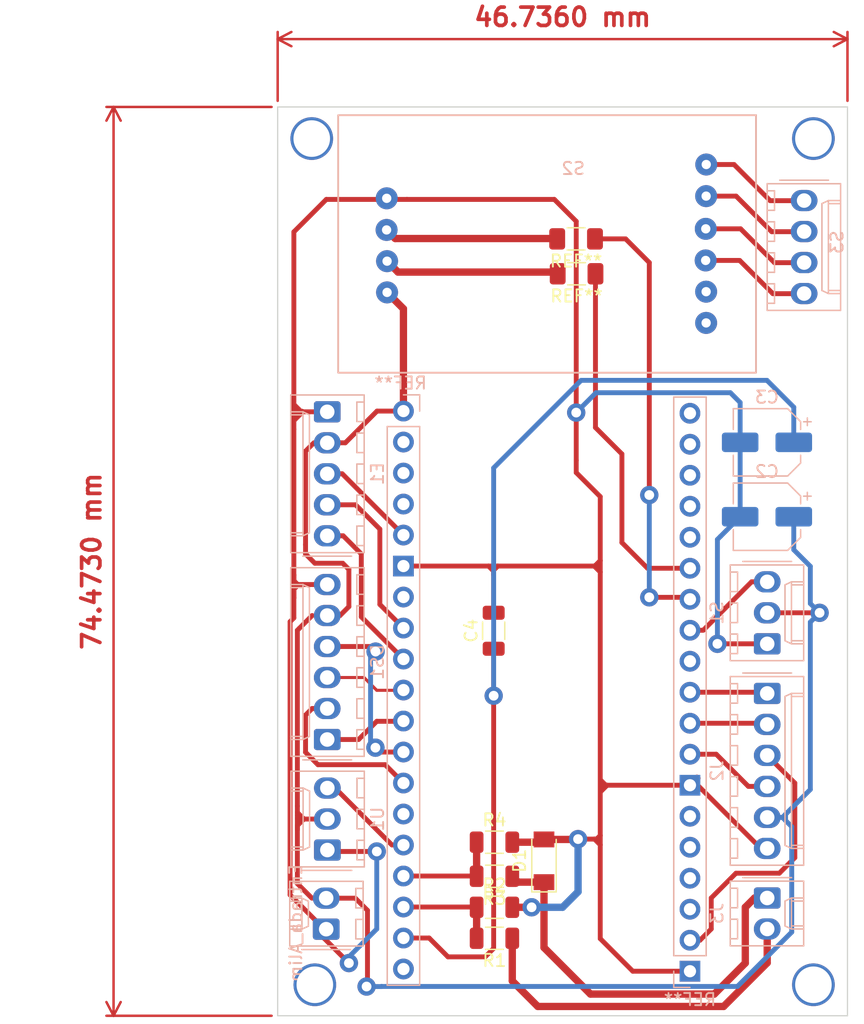
<source format=kicad_pcb>
(kicad_pcb (version 20211014) (generator pcbnew)
  (layers (0 "F.Cu" signal) (31 "B.Cu" signal) (34 "B.Paste" user) (35 "F.Paste" user) (36 "B.SilkS" user "B.Silkscreen") (37 "F.SilkS" user "F.Silkscreen") (38 "B.Mask" user) (39 "F.Mask" user) (44 "Edge.Cuts" user))
  (net 0 "")
  (net 1 "GND")
  (net 2 "VCC")
  (net 3 "D_SDA")
  (net 4 "D_DC")
  (net 5 "S_C_DT")
  (net 6 "S_C_SCK")
  (net 7 "SD_MOSI")
  (net 8 "PWM_OUT")
  (net 9 "SD_MISO")
  (net 10 "SD_SCK")
  (net 11 "SD_CS")
  (net 12 "S_I_OUT")
  (net 13 "BAT+_INT")
  (net 14 "BAT+_EXT")
  (net 15 "S_C_OU1")
  (net 16 "PIN_BNT_STOP")
  (net 17 "D_RES")
  (net 18 "D_SCL")
  (net 19 "E_CLK")
  (net 20 "E_DT")
  (net 21 "E_SW")
  (net 22 "EN")
  (net 23 "BATint+")
  (net 24 "Net-(S2-Pad4)")
  (net 25 "Net-(S2-Pad3)")
  (net 26 "Net-(S2-Pad2)")
  (net 27 "Net-(S2-Pad1)")
  (footprint "Resistor_SMD:R_1206_3216Metric_Pad1.30x1.75mm_HandSolder" (layer "F.Cu") (at 164.47 80.93 180)
    (fp_text reference "REF**" (at 0 -1.82) (layer "F.SilkS"))
    (fp_text value "R_1206_3216Metric_Pad1.30x1.75mm_HandSolder")
    (pad "1" smd roundrect (at -1.55 0 180) (size 1.3 1.75) (layers "F.Cu" "F.Paste" "F.Mask") (roundrect_rratio 0.192308) (net 6 "S_C_SCK"))
    (pad "2" smd roundrect (at 1.55 0 180) (size 1.3 1.75) (layers "F.Cu" "F.Paste" "F.Mask") (roundrect_rratio 0.192308) (net 6 "S_C_SCK"))
  )
  (footprint "Resistor_SMD:R_1206_3216Metric_Pad1.30x1.75mm_HandSolder" (layer "F.Cu") (at 164.43 78.07 180)
    (fp_text reference "REF**" (at 0 -1.82) (layer "F.SilkS"))
    (fp_text value "R_1206_3216Metric_Pad1.30x1.75mm_HandSolder")
    (pad "1" smd roundrect (at -1.55 0 180) (size 1.3 1.75) (layers "F.Cu" "F.Paste" "F.Mask") (roundrect_rratio 0.192308) (net 5 "S_C_DT"))
    (pad "2" smd roundrect (at 1.55 0 180) (size 1.3 1.75) (layers "F.Cu" "F.Paste" "F.Mask") (roundrect_rratio 0.192308) (net 5 "S_C_DT"))
  )
  (footprint "" (layer "F.Cu") (at 183.896 139.192)
    (fp_text reference "" (at 0 0) (layer "F.SilkS") (effects (font (size 1.27 1.27))))
    (fp_text value "" (at 0 0) (layer "F.SilkS") (effects (font (size 1.27 1.27))))
    (pad "" thru_hole circle (at 0 0) (size 3.5 3.5) (drill 3) (layers *.Cu *.Mask))
  )
  (footprint "Resistor_SMD:R_1206_3216Metric" (layer "F.Cu") (at 157.734 132.842)
    (fp_text reference "R2" (at 0 -1.82) (layer "F.SilkS"))
    (fp_text value "100k")
    (pad "1" smd roundrect (at -1.4625 0) (size 1.125 1.75) (layers "F.Cu" "F.Paste" "F.Mask") (roundrect_rratio 0.222222) (net 13 "BAT+_INT"))
    (pad "2" smd roundrect (at 1.4625 0) (size 1.125 1.75) (layers "F.Cu" "F.Paste" "F.Mask") (roundrect_rratio 0.222222) (net 1 "GND"))
  )
  (footprint "" (layer "F.Cu") (at 142.748 69.85)
    (fp_text reference "" (at 0 0) (layer "F.SilkS") (effects (font (size 1.27 1.27))))
    (fp_text value "" (at 0 0) (layer "F.SilkS") (effects (font (size 1.27 1.27))))
    (pad "" thru_hole circle (at 0 0) (size 3.5 3.5) (drill 3) (layers *.Cu *.Mask))
  )
  (footprint "Resistor_SMD:R_1206_3216Metric" (layer "F.Cu") (at 157.734 130.302 180)
    (fp_text reference "R3" (at 0 -1.82) (layer "F.SilkS"))
    (fp_text value "1M")
    (pad "1" smd roundrect (at -1.4625 0 180) (size 1.125 1.75) (layers "F.Cu" "F.Paste" "F.Mask") (roundrect_rratio 0.222222) (net 1 "GND"))
    (pad "2" smd roundrect (at 1.4625 0 180) (size 1.125 1.75) (layers "F.Cu" "F.Paste" "F.Mask") (roundrect_rratio 0.222222) (net 14 "BAT+_EXT"))
  )
  (footprint "Resistor_SMD:R_1206_3216Metric" (layer "F.Cu") (at 157.734 135.382 180)
    (fp_text reference "R1" (at 0 -1.82) (layer "F.SilkS"))
    (fp_text value "100k")
    (pad "1" smd roundrect (at -1.4625 0 180) (size 1.125 1.75) (layers "F.Cu" "F.Paste" "F.Mask") (roundrect_rratio 0.222222) (net 23 "BATint+"))
    (pad "2" smd roundrect (at 1.4625 0 180) (size 1.125 1.75) (layers "F.Cu" "F.Paste" "F.Mask") (roundrect_rratio 0.222222) (net 13 "BAT+_INT"))
  )
  (footprint "" (layer "F.Cu") (at 183.896 69.85)
    (fp_text reference "" (at 0 0) (layer "F.SilkS") (effects (font (size 1.27 1.27))))
    (fp_text value "" (at 0 0) (layer "F.SilkS") (effects (font (size 1.27 1.27))))
    (pad "" thru_hole circle (at 0 0) (size 3.5 3.5) (drill 3) (layers *.Cu *.Mask))
  )
  (footprint "Diode_SMD:D_MiniMELF" (layer "F.Cu") (at 161.798 129.032 90)
    (fp_text reference "D1" (at 0 -2 90) (layer "F.SilkS"))
    (fp_text value "1N4752")
    (pad "1" smd rect (at -1.75 0 90) (size 1.3 1.7) (layers "F.Cu" "F.Paste" "F.Mask") (net 1 "GND"))
    (pad "2" smd rect (at 1.75 0 90) (size 1.3 1.7) (layers "F.Cu" "F.Paste" "F.Mask") (net 1 "GND"))
  )
  (footprint "Capacitor_SMD:C_1206_3216Metric" (layer "F.Cu") (at 157.67 110.18 90)
    (fp_text reference "C4" (at 0 -1.85 90) (layer "F.SilkS"))
    (fp_text value "100nF")
    (pad "1" smd roundrect (at -1.475 0 90) (size 1.15 1.8) (layers "F.Cu" "F.Paste" "F.Mask") (roundrect_rratio 0.217391) (net 22 "EN"))
    (pad "2" smd roundrect (at 1.475 0 90) (size 1.15 1.8) (layers "F.Cu" "F.Paste" "F.Mask") (roundrect_rratio 0.217391) (net 1 "GND"))
  )
  (footprint "" (layer "F.Cu") (at 143.002 139.192)
    (fp_text reference "" (at 0 0) (layer "F.SilkS") (effects (font (size 1.27 1.27))))
    (fp_text value "" (at 0 0) (layer "F.SilkS") (effects (font (size 1.27 1.27))))
    (pad "" thru_hole circle (at 0 0) (size 3.5 3.5) (drill 3) (layers *.Cu *.Mask))
  )
  (footprint "Resistor_SMD:R_1206_3216Metric" (layer "F.Cu") (at 157.734 127.508)
    (fp_text reference "R4" (at 0 -1.82) (layer "F.SilkS"))
    (fp_text value "100k")
    (pad "1" smd roundrect (at -1.4625 0) (size 1.125 1.75) (layers "F.Cu" "F.Paste" "F.Mask") (roundrect_rratio 0.222222) (net 14 "BAT+_EXT"))
    (pad "2" smd roundrect (at 1.4625 0) (size 1.125 1.75) (layers "F.Cu" "F.Paste" "F.Mask") (roundrect_rratio 0.222222) (net 1 "GND"))
  )
  (footprint "Connector_Molex:Molex_KK-254_AE-6410-06A_1x06_P2.54mm_Vertical" (layer "B.Cu") (at 144.018 119.093825 90)
    (fp_text reference "DS1" (at 6.35 4.12 90) (layer "B.SilkS") (effects (justify mirror)))
    (fp_text value "Molex_KK-254_AE-6410-06A_1x06_P2.54mm_Vertical")
    (pad "1" thru_hole roundrect (at 0 0 90) (size 1.74 2.19) (drill 1.19) (layers *.Cu *.Mask) (roundrect_rratio 0.143678) (net 3 "D_SDA"))
    (pad "2" thru_hole oval (at 2.54 0 90) (size 1.74 2.19) (drill 1.19) (layers *.Cu *.Mask) (net 4 "D_DC"))
    (pad "3" thru_hole oval (at 5.08 0 90) (size 1.74 2.19) (drill 1.19) (layers *.Cu *.Mask) (net 18 "D_SCL"))
    (pad "4" thru_hole oval (at 7.62 0 90) (size 1.74 2.19) (drill 1.19) (layers *.Cu *.Mask) (net 17 "D_RES"))
    (pad "5" thru_hole oval (at 10.16 0 90) (size 1.74 2.19) (drill 1.19) (layers *.Cu *.Mask) (net 2 "VCC"))
    (pad "6" thru_hole oval (at 12.7 0 90) (size 1.74 2.19) (drill 1.19) (layers *.Cu *.Mask) (net 1 "GND"))
  )
  (footprint "Capacitor_SMD:CP_Elec_5x5.4" (layer "B.Cu") (at 180.086 94.742 180)
    (fp_text reference "C3" (at 0 3.7) (layer "B.SilkS") (effects (justify mirror)))
    (fp_text value "10uF")
    (pad "1" smd roundrect (at -2.2 0 180) (size 3 1.6) (layers "B.Cu" "B.Paste" "B.Mask") (roundrect_rratio 0.15625) (net 22 "EN"))
    (pad "2" smd roundrect (at 2.2 0 180) (size 3 1.6) (layers "B.Cu" "B.Paste" "B.Mask") (roundrect_rratio 0.15625) (net 1 "GND"))
  )
  (footprint "Connector_PinHeader_2.54mm:PinHeader_1x19_P2.54mm_Vertical" (layer "B.Cu") (at 150.27 92.18 180)
    (fp_text reference "REF**" (at 0.234 2.291036) (layer "B.SilkS") (effects (justify mirror)))
    (fp_text value "PinHeader_1x19_P2.54mm_Vertical")
    (pad "1" thru_hole circle (at 0 0 180) (size 1.7 1.7) (drill 1) (layers *.Cu *.Mask) (net 2 "VCC"))
    (pad "2" thru_hole oval (at 0 -2.54 180) (size 1.7 1.7) (drill 1) (layers *.Cu *.Mask))
    (pad "3" thru_hole oval (at 0 -5.08 180) (size 1.7 1.7) (drill 1) (layers *.Cu *.Mask))
    (pad "4" thru_hole oval (at 0 -7.62 180) (size 1.7 1.7) (drill 1) (layers *.Cu *.Mask))
    (pad "5" thru_hole oval (at 0 -10.16 180) (size 1.7 1.7) (drill 1) (layers *.Cu *.Mask) (net 21 "E_SW"))
    (pad "6" thru_hole rect (at 0 -12.7 180) (size 1.7 1.7) (drill 1) (layers *.Cu *.Mask) (net 1 "GND"))
    (pad "7" thru_hole oval (at 0 -15.24 180) (size 1.7 1.7) (drill 1) (layers *.Cu *.Mask))
    (pad "8" thru_hole oval (at 0 -17.78 180) (size 1.7 1.7) (drill 1) (layers *.Cu *.Mask) (net 20 "E_DT"))
    (pad "9" thru_hole oval (at 0 -20.32 180) (size 1.7 1.7) (drill 1) (layers *.Cu *.Mask) (net 19 "E_CLK"))
    (pad "10" thru_hole oval (at 0 -22.86 180) (size 1.7 1.7) (drill 1) (layers *.Cu *.Mask) (net 18 "D_SCL"))
    (pad "11" thru_hole oval (at 0 -25.4 180) (size 1.7 1.7) (drill 1) (layers *.Cu *.Mask) (net 3 "D_SDA"))
    (pad "12" thru_hole oval (at 0 -27.94 180) (size 1.7 1.7) (drill 1) (layers *.Cu *.Mask) (net 17 "D_RES"))
    (pad "13" thru_hole oval (at 0 -30.48 180) (size 1.7 1.7) (drill 1) (layers *.Cu *.Mask) (net 4 "D_DC"))
    (pad "14" thru_hole oval (at 0 -33.02 180) (size 1.7 1.7) (drill 1) (layers *.Cu *.Mask) (net 16 "PIN_BNT_STOP"))
    (pad "15" thru_hole oval (at 0 -35.56 180) (size 1.7 1.7) (drill 1) (layers *.Cu *.Mask) (net 15 "S_C_OU1"))
    (pad "16" thru_hole oval (at 0 -38.1 180) (size 1.7 1.7) (drill 1) (layers *.Cu *.Mask) (net 14 "BAT+_EXT"))
    (pad "17" thru_hole oval (at 0 -40.64 180) (size 1.7 1.7) (drill 1) (layers *.Cu *.Mask) (net 13 "BAT+_INT"))
    (pad "18" thru_hole oval (at 0 -43.18 180) (size 1.7 1.7) (drill 1) (layers *.Cu *.Mask) (net 22 "EN"))
    (pad "19" thru_hole oval (at 0 -45.72 180) (size 1.7 1.7) (drill 1) (layers *.Cu *.Mask))
  )
  (footprint "Connector_Molex:Molex_KK-254_AE-6410-03A_1x03_P2.54mm_Vertical" (layer "B.Cu") (at 144.029652 128.151087 90)
    (fp_text reference "U1" (at 2.54 4.12 90) (layer "B.SilkS") (effects (justify mirror)))
    (fp_text value "Sensor_de_corriente_ACS758LCB")
    (pad "1" thru_hole roundrect (at 0 0 90) (size 1.74 2.19) (drill 1.19) (layers *.Cu *.Mask) (roundrect_rratio 0.143678) (net 1 "GND"))
    (pad "2" thru_hole oval (at 2.54 0 90) (size 1.74 2.19) (drill 1.19) (layers *.Cu *.Mask) (net 2 "VCC"))
    (pad "3" thru_hole oval (at 5.08 0 90) (size 1.74 2.19) (drill 1.19) (layers *.Cu *.Mask) (net 15 "S_C_OU1"))
  )
  (footprint "Connector_Molex:Molex_KK-254_AE-6410-04A_1x04_P2.54mm_Vertical" (layer "B.Cu") (at 183.134 74.93 -90)
    (fp_text reference "S3" (at 3.414065 -2.7 90) (layer "B.SilkS") (effects (justify mirror)))
    (fp_text value "Sensor_de_Carga")
    (pad "1" thru_hole oval (at 0 0 270) (size 1.74 2.19) (drill 1.19) (layers *.Cu *.Mask) (net 25 "Net-(S2-Pad3)"))
    (pad "2" thru_hole oval (at 2.54 0 270) (size 1.74 2.19) (drill 1.19) (layers *.Cu *.Mask) (net 24 "Net-(S2-Pad4)"))
    (pad "3" thru_hole oval (at 5.08 0 270) (size 1.74 2.19) (drill 1.19) (layers *.Cu *.Mask) (net 26 "Net-(S2-Pad2)"))
    (pad "4" thru_hole oval (at 7.62 0 270) (size 1.74 2.19) (drill 1.19) (layers *.Cu *.Mask) (net 27 "Net-(S2-Pad1)"))
  )
  (footprint "Connector_Molex:Molex_KK-254_AE-6410-02A_1x02_P2.54mm_Vertical" (layer "B.Cu") (at 143.933652 134.636087 90)
    (fp_text reference "Entrada_Alim." (at 0.25 -2.49 90) (layer "B.SilkS") (effects (justify mirror)))
    (fp_text value "StepUp 5v")
    (pad "1" thru_hole roundrect (at 0 0 90) (size 1.74 2.19) (drill 1.19) (layers *.Cu *.Mask) (roundrect_rratio 0.143678) (net 1 "GND"))
    (pad "2" thru_hole oval (at 2.54 0 90) (size 1.74 2.19) (drill 1.19) (layers *.Cu *.Mask) (net 2 "VCC"))
  )
  (footprint "Connector_Molex:Molex_KK-254_AE-6410-02A_1x02_P2.54mm_Vertical" (layer "B.Cu") (at 180.106 132.08 -90)
    (fp_text reference "J3" (at 1.27 4.12 90) (layer "B.SilkS") (effects (justify mirror)))
    (fp_text value "Baterias")
    (pad "" thru_hole roundrect (at 0 0 270) (size 1.74 2.19) (drill 1.19) (layers *.Cu *.Mask) (roundrect_rratio 0.143678) (net 1 "GND"))
    (pad "2" thru_hole oval (at 2.54 0 270) (size 1.74 2.19) (drill 1.19) (layers *.Cu *.Mask) (net 23 "BATint+"))
  )
  (footprint "Connector_PinHeader_2.54mm:PinHeader_1x19_P2.54mm_Vertical" (layer "B.Cu") (at 173.77 138.08)
    (fp_text reference "REF**" (at 0 2.33) (layer "B.SilkS") (effects (justify mirror)))
    (fp_text value "PinHeader_1x19_P2.54mm_Vertical")
    (pad "1" thru_hole rect (at 0 0) (size 1.7 1.7) (drill 1) (layers *.Cu *.Mask) (net 1 "GND"))
    (pad "2" thru_hole oval (at 0 -2.54) (size 1.7 1.7) (drill 1) (layers *.Cu *.Mask) (net 7 "SD_MOSI"))
    (pad "3" thru_hole oval (at 0 -5.08) (size 1.7 1.7) (drill 1) (layers *.Cu *.Mask) (net 8 "PWM_OUT"))
    (pad "4" thru_hole oval (at 0 -7.62) (size 1.7 1.7) (drill 1) (layers *.Cu *.Mask))
    (pad "5" thru_hole oval (at 0 -10.16) (size 1.7 1.7) (drill 1) (layers *.Cu *.Mask))
    (pad "6" thru_hole oval (at 0 -12.7) (size 1.7 1.7) (drill 1) (layers *.Cu *.Mask))
    (pad "7" thru_hole rect (at 0 -15.24) (size 1.7 1.7) (drill 1) (layers *.Cu *.Mask) (net 1 "GND"))
    (pad "8" thru_hole oval (at 0 -17.78) (size 1.7 1.7) (drill 1) (layers *.Cu *.Mask) (net 9 "SD_MISO"))
    (pad "9" thru_hole oval (at 0 -20.32) (size 1.7 1.7) (drill 1) (layers *.Cu *.Mask) (net 10 "SD_SCK"))
    (pad "10" thru_hole oval (at 0 -22.86) (size 1.7 1.7) (drill 1) (layers *.Cu *.Mask) (net 11 "SD_CS"))
    (pad "11" thru_hole oval (at 0 -25.4) (size 1.7 1.7) (drill 1) (layers *.Cu *.Mask))
    (pad "12" thru_hole oval (at 0 -27.94) (size 1.7 1.7) (drill 1) (layers *.Cu *.Mask) (net 12 "S_I_OUT"))
    (pad "13" thru_hole oval (at 0 -30.48) (size 1.7 1.7) (drill 1) (layers *.Cu *.Mask) (net 5 "S_C_DT"))
    (pad "14" thru_hole oval (at 0 -33.02) (size 1.7 1.7) (drill 1) (layers *.Cu *.Mask) (net 6 "S_C_SCK"))
    (pad "15" thru_hole oval (at 0 -35.56) (size 1.7 1.7) (drill 1) (layers *.Cu *.Mask))
    (pad "16" thru_hole oval (at 0 -38.1) (size 1.7 1.7) (drill 1) (layers *.Cu *.Mask))
    (pad "17" thru_hole oval (at 0 -40.64) (size 1.7 1.7) (drill 1) (layers *.Cu *.Mask))
    (pad "18" thru_hole oval (at 0 -43.18) (size 1.7 1.7) (drill 1) (layers *.Cu *.Mask))
    (pad "19" thru_hole oval (at 0 -45.72) (size 1.7 1.7) (drill 1) (layers *.Cu *.Mask))
  )
  (footprint "Connector_Molex:Molex_KK-254_AE-6410-05A_1x05_P2.54mm_Vertical" (layer "B.Cu") (at 144.018 102.400964 90)
    (fp_text reference "E1" (at 5.08 4.12 90) (layer "B.SilkS") (effects (justify mirror)))
    (fp_text value "Encoder_rotativo")
    (pad "1" thru_hole oval (at 0 0 90) (size 1.74 2.19) (drill 1.19) (layers *.Cu *.Mask) (net 19 "E_CLK"))
    (pad "2" thru_hole oval (at 2.54 0 90) (size 1.74 2.19) (drill 1.19) (layers *.Cu *.Mask) (net 20 "E_DT"))
    (pad "3" thru_hole oval (at 5.08 0 90) (size 1.74 2.19) (drill 1.19) (layers *.Cu *.Mask) (net 21 "E_SW"))
    (pad "4" thru_hole oval (at 7.62 0 90) (size 1.74 2.19) (drill 1.19) (layers *.Cu *.Mask) (net 2 "VCC"))
    (pad "5" thru_hole roundrect (at 10.16 0 90) (size 1.74 2.19) (drill 1.19) (layers *.Cu *.Mask) (roundrect_rratio 0.143678) (net 1 "GND"))
  )
  (footprint "Capacitor_SMD:CP_Elec_5x5.4" (layer "B.Cu") (at 180.086 100.838 180)
    (fp_text reference "C2" (at 0 3.7) (layer "B.SilkS") (effects (justify mirror)))
    (fp_text value "220uF")
    (pad "1" smd roundrect (at -2.2 0 180) (size 3 1.6) (layers "B.Cu" "B.Paste" "B.Mask") (roundrect_rratio 0.15625) (net 2 "VCC"))
    (pad "2" smd roundrect (at 2.2 0 180) (size 3 1.6) (layers "B.Cu" "B.Paste" "B.Mask") (roundrect_rratio 0.15625) (net 1 "GND"))
  )
  (footprint "Connector_Molex:Molex_KK-254_AE-6410-03A_1x03_P2.54mm_Vertical" (layer "B.Cu") (at 180.106 106.172 -90)
    (fp_text reference "S1" (at 2.54 4.12 90) (layer "B.SilkS") (effects (justify mirror)))
    (fp_text value "Sensor_Infrarrojo")
    (pad "1" thru_hole oval (at 0 0 270) (size 1.74 2.19) (drill 1.19) (layers *.Cu *.Mask) (net 12 "S_I_OUT"))
    (pad "2" thru_hole oval (at 2.54 0 270) (size 1.74 2.19) (drill 1.19) (layers *.Cu *.Mask) (net 2 "VCC"))
    (pad "3" thru_hole roundrect (at 5.08 0 270) (size 1.74 2.19) (drill 1.19) (layers *.Cu *.Mask) (roundrect_rratio 0.143678) (net 1 "GND"))
  )
  (footprint "HX711:HX711" (layer "B.Cu") (at 159.717 78.516 180)
    (fp_text reference "S2" (at -4.482 6.215935 unlocked) (layer "B.SilkS") (effects (justify mirror)))
    (fp_text value "XH711")
    (pad "" thru_hole circle (at -15.38 -3.88 90) (size 1.8 1.8) (drill 0.762) (layers *.Cu *.Mask))
    (pad "" thru_hole circle (at -15.38 -6.44 90) (size 1.8 1.8) (drill 0.762) (layers *.Cu *.Mask))
    (pad "1" thru_hole circle (at -15.34 -1.32 90) (size 1.8 1.8) (drill 0.762) (layers *.Cu *.Mask) (net 27 "Net-(S2-Pad1)"))
    (pad "2" thru_hole circle (at -15.35 1.27 90) (size 1.8 1.8) (drill 0.762) (layers *.Cu *.Mask) (net 26 "Net-(S2-Pad2)"))
    (pad "3" thru_hole circle (at -15.39 6.54 90) (size 1.8 1.8) (drill 0.762) (layers *.Cu *.Mask) (net 25 "Net-(S2-Pad3)"))
    (pad "4" thru_hole circle (at -15.38 3.95 90) (size 1.8 1.8) (drill 0.762) (layers *.Cu *.Mask) (net 24 "Net-(S2-Pad4)"))
    (pad "5" thru_hole circle (at 10.82 3.77 90) (size 1.8 1.8) (drill 0.762) (layers *.Cu *.Mask) (net 1 "GND"))
    (pad "6" thru_hole circle (at 10.83 1.18 90) (size 1.8 1.8) (drill 0.762) (layers *.Cu *.Mask) (net 5 "S_C_DT"))
    (pad "7" thru_hole circle (at 10.79 -1.38 90) (size 1.8 1.8) (drill 0.762) (layers *.Cu *.Mask) (net 6 "S_C_SCK"))
    (pad "8" thru_hole circle (at 10.79 -3.94 90) (size 1.8 1.8) (drill 0.762) (layers *.Cu *.Mask) (net 2 "VCC"))
  )
  (footprint "Connector_Molex:Molex_KK-254_AE-6410-06A_1x06_P2.54mm_Vertical" (layer "B.Cu") (at 180.106 115.316 -90)
    (fp_text reference "J2" (at 6.35 4.12 90) (layer "B.SilkS") (effects (justify mirror)))
    (fp_text value "Molex_KK-254_AE-6410-06A_1x06_P2.54mm_Vertical")
    (pad "1" thru_hole roundrect (at 0 0 270) (size 1.74 2.19) (drill 1.19) (layers *.Cu *.Mask) (roundrect_rratio 0.143678) (net 11 "SD_CS"))
    (pad "2" thru_hole oval (at 2.54 0 270) (size 1.74 2.19) (drill 1.19) (layers *.Cu *.Mask) (net 10 "SD_SCK"))
    (pad "3" thru_hole oval (at 5.08 0 270) (size 1.74 2.19) (drill 1.19) (layers *.Cu *.Mask) (net 7 "SD_MOSI"))
    (pad "4" thru_hole oval (at 7.62 0 270) (size 1.74 2.19) (drill 1.19) (layers *.Cu *.Mask) (net 9 "SD_MISO"))
    (pad "5" thru_hole oval (at 10.16 0 270) (size 1.74 2.19) (drill 1.19) (layers *.Cu *.Mask) (net 2 "VCC"))
    (pad "6" thru_hole oval (at 12.7 0 270) (size 1.74 2.19) (drill 1.19) (layers *.Cu *.Mask) (net 1 "GND"))
  )
  (gr_line (start 186.69 141.732) (end 139.954 141.732) (layer "Edge.Cuts") (width 0.1))
  (gr_line (start 186.69 141.732) (end 186.69 67.259) (layer "Edge.Cuts") (width 0.1))
  (gr_line (start 139.954 67.259) (end 139.954 141.732) (layer "Edge.Cuts") (width 0.1))
  (gr_line (start 139.954 67.259) (end 186.69 67.259) (layer "Edge.Cuts") (width 0.1))
  (dimension (type aligned) (layer "F.Cu") (pts (xy 186.69 67.259) (xy 139.954 67.259)) (height 5.559954) (gr_text "46,7360 mm" (at 163.322 59.899046) (layer "F.Cu") (effects (font (size 1.5 1.5) (thickness 0.3)))) (format (units 3) (units_format 1) (precision 4)) (style (thickness 0.2) (arrow_length 1.27) (text_position_mode 0) (extension_height 0.58642) (extension_offset 0.5) keep_text_aligned))
  (dimension (type aligned) (layer "F.Cu") (pts (xy 139.954 67.259) (xy 139.954 141.732)) (height 13.460818) (gr_text "74,4730 mm" (at 124.693182 104.4955 90) (layer "F.Cu") (effects (font (size 1.5 1.5) (thickness 0.3)))) (format (units 3) (units_format 1) (precision 4)) (style (thickness 0.2) (arrow_length 1.27) (text_position_mode 0) (extension_height 0.58642) (extension_offset 0.5) keep_text_aligned))
  (segment (start 140.97 131.826) (end 140.97 109.441825) (width 0.4) (layer "F.Cu") (net 1))
  (segment (start 140.97 109.441825) (end 141.28248 109.129345) (width 0.4) (layer "F.Cu") (net 1))
  (segment (start 159.1965 127.508) (end 161.572 127.508) (width 0.6) (layer "F.Cu") (net 1))
  (segment (start 166.41 126.96) (end 166.41 127.722) (width 0.4) (layer "F.Cu") (net 1))
  (segment (start 180.106 128.016) (end 179.578 128.016) (width 0.4) (layer "F.Cu") (net 1))
  (segment (start 141.28248 109.129345) (end 141.28248 107.50048) (width 0.4) (layer "F.Cu") (net 1))
  (segment (start 141.28248 106.11352) (end 141.28248 106.48448) (width 0.25) (layer "F.Cu") (net 1))
  (segment (start 165.92 104.88) (end 165.964 104.88) (width 0.4) (layer "F.Cu") (net 1))
  (segment (start 165.92 104.88) (end 166.41 105.37) (width 0.4) (layer "F.Cu") (net 1))
  (segment (start 174.402 122.84) (end 173.77 122.84) (width 0.4) (layer "F.Cu") (net 1))
  (segment (start 161.798 130.782) (end 159.6765 130.782) (width 0.6) (layer "F.Cu") (net 1))
  (segment (start 141.28248 106.36752) (end 141.28248 106.11352) (width 0.25) (layer "F.Cu") (net 1))
  (segment (start 157.67 105.6) (end 157.67 105.22) (width 0.4) (layer "F.Cu") (net 1))
  (segment (start 166.41 99.19) (end 166.41 104.434) (width 0.4) (layer "F.Cu") (net 1))
  (segment (start 166.974 122.84) (end 166.862 122.84) (width 0.4) (layer "F.Cu") (net 1))
  (segment (start 166.974 122.84) (end 166.41 123.404) (width 0.4) (layer "F.Cu") (net 1))
  (segment (start 169.08 138.08) (end 173.77 138.08) (width 0.4) (layer "F.Cu") (net 1))
  (segment (start 175.768 139.954) (end 178.308 137.414) (width 0.6) (layer "F.Cu") (net 1))
  (segment (start 173.77 122.84) (end 174.34 122.27) (width 0.6) (layer "F.Cu") (net 1))
  (segment (start 166.41 99.19) (end 164.44 97.22) (width 0.4) (layer "F.Cu") (net 1))
  (segment (start 144.018 106.393825) (end 141.699825 106.393825) (width 0.4) (layer "F.Cu") (net 1))
  (segment (start 161.798 130.782) (end 161.798 136.144) (width 0.6) (layer "F.Cu") (net 1))
  (segment (start 141.28248 106.87552) (end 141.28248 106.36752) (width 0.25) (layer "F.Cu") (net 1))
  (segment (start 157.248 104.88) (end 158.01 104.88) (width 0.4) (layer "F.Cu") (net 1))
  (segment (start 166.41 122.388) (end 166.41 122.722) (width 0.4) (layer "F.Cu") (net 1))
  (segment (start 176.022 111.252) (end 180.106 111.252) (width 0.4) (layer "F.Cu") (net 1))
  (segment (start 141.478 106.68) (end 141.28248 106.87552) (width 0.25) (layer "F.Cu") (net 1))
  (segment (start 166.862 122.84) (end 166.41 122.388) (width 0.4) (layer "F.Cu") (net 1))
  (segment (start 178.308 137.414) (end 178.308 132.842) (width 0.6) (layer "F.Cu") (net 1))
  (segment (start 142.005516 92.240964) (end 144.018 92.240964) (width 0.4) (layer "F.Cu") (net 1))
  (segment (start 166.41 123.404) (end 166.41 126.96) (width 0.4) (layer "F.Cu") (net 1))
  (segment (start 165.608 139.954) (end 175.768 139.954) (width 0.6) (layer "F.Cu") (net 1))
  (segment (start 161.798 136.144) (end 165.608 139.954) (width 0.6) (layer "F.Cu") (net 1))
  (segment (start 141.28248 91.63552) (end 141.28248 92.39752) (width 0.4) (layer "F.Cu") (net 1))
  (segment (start 166.41 135.41) (end 169.08 138.08) (width 0.4) (layer "F.Cu") (net 1))
  (segment (start 166.41 104.434) (end 166.41 105.37) (width 0.4) (layer "F.Cu") (net 1))
  (segment (start 166.116 127.254) (end 166.41 126.96) (width 0.4) (layer "F.Cu") (net 1))
  (segment (start 165.942 127.254) (end 166.41 127.722) (width 0.4) (layer "F.Cu") (net 1))
  (segment (start 164.592 127.254) (end 165.942 127.254) (width 0.4) (layer "F.Cu") (net 1))
  (segment (start 141.28248 92.39752) (end 141.28248 93.66752) (width 0.4) (layer "F.Cu") (net 1))
  (segment (start 166.41 122.722) (end 166.41 123.404) (width 0.4) (layer "F.Cu") (net 1))
  (segment (start 166.974 122.84) (end 166.528 122.84) (width 0.4) (layer "F.Cu") (net 1))
  (segment (start 141.28248 91.63552) (end 141.28248 77.49752) (width 0.4) (layer "F.Cu") (net 1))
  (segment (start 143.933652 134.636087) (end 143.780087 134.636087) (width 0.25) (layer "F.Cu") (net 1))
  (segment (start 157.67 105.302) (end 157.248 104.88) (width 0.4) (layer "F.Cu") (net 1))
  (segment (start 159.1965 132.842) (end 160.528 132.842) (width 0.6) (layer "F.Cu") (net 1))
  (segment (start 161.572 127.508) (end 161.798 127.282) (width 0.6) (layer "F.Cu") (net 1))
  (segment (start 157.67 105.6) (end 157.67 105.302) (width 0.4) (layer "F.Cu") (net 1))
  (segment (start 141.699825 106.393825) (end 141.28248 105.97648) (width 0.25) (layer "F.Cu") (net 1))
  (segment (start 150.56 74.835935) (end 162.645935 74.835935) (width 0.4) (layer "F.Cu") (net 1))
  (segment (start 158.01 104.88) (end 165.92 104.88) (width 0.4) (layer "F.Cu") (net 1))
  (segment (start 143.944065 74.835935) (end 150.56 74.835935) (width 0.4) (layer "F.Cu") (net 1))
  (segment (start 141.308785 106.393825) (end 141.28248 106.36752) (width 0.25) (layer "F.Cu") (net 1))
  (segment (start 141.699825 106.393825) (end 141.308785 106.393825) (width 0.25) (layer "F.Cu") (net 1))
  (segment (start 141.966552 92.202) (end 142.005516 92.240964) (width 0.4) (layer "F.Cu") (net 1))
  (segment (start 162.645935 74.835935) (end 164.44 76.63) (width 0.4) (layer "F.Cu") (net 1))
  (segment (start 143.780087 134.636087) (end 140.97 131.826) (width 0.4) (layer "F.Cu") (net 1))
  (segment (start 141.28248 105.60552) (end 141.28248 93.66752) (width 0.4) (layer "F.Cu") (net 1))
  (segment (start 141.699825 106.393825) (end 141.699825 106.458175) (width 0.25) (layer "F.Cu") (net 1))
  (segment (start 143.933652 134.636087) (end 144.763913 134.636087) (width 0.25) (layer "F.Cu") (net 1))
  (segment (start 165.964 104.88) (end 166.41 104.434) (width 0.4) (layer "F.Cu") (net 1))
  (segment (start 178.308 132.842) (end 179.07 132.08) (width 0.6) (layer "F.Cu") (net 1))
  (segment (start 141.478 92.202) (end 141.966552 92.202) (width 0.4) (layer "F.Cu") (net 1))
  (segment (start 164.44 97.22) (end 164.44 96.22) (width 0.4) (layer "F.Cu") (net 1))
  (segment (start 143.764 134.805739) (end 143.764 135.382) (width 0.4) (layer "F.Cu") (net 1))
  (segment (start 159.6765 130.782) (end 159.1965 130.302) (width 0.6) (layer "F.Cu") (net 1))
  (segment (start 141.722276 92.202) (end 141.722276 92.075316) (width 0.4) (layer "F.Cu") (net 1))
  (segment (start 164.592 127.254) (end 164.62 127.282) (width 0.6) (layer "F.Cu") (net 1))
  (segment (start 141.28248 77.49752) (end 143.944065 74.835935) (width 0.4) (layer "F.Cu") (net 1))
  (segment (start 143.933652 134.636087) (end 143.764 134.805739) (width 0.25) (layer "F.Cu") (net 1))
  (segment (start 164.44 76.63) (end 164.44 92.304) (width 0.4) (layer "F.Cu") (net 1))
  (segment (start 166.41 105.37) (end 166.41 122.388) (width 0.4) (layer "F.Cu") (net 1))
  (segment (start 148.082 128.27) (end 144.148565 128.27) (width 0.4) (layer "F.Cu") (net 1))
  (segment (start 141.28248 106.11352) (end 141.28248 105.97648) (width 0.25) (layer "F.Cu") (net 1))
  (segment (start 165.942 127.254) (end 166.116 127.254) (width 0.4) (layer "F.Cu") (net 1))
  (segment (start 157.67 108.705) (end 157.67 105.6) (width 0.4) (layer "F.Cu") (net 1))
  (segment (start 179.07 132.08) (end 180.106 132.08) (width 0.6) (layer "F.Cu") (net 1))
  (segment (start 161.798 127.282) (end 164.818 127.282) (width 0.6) (layer "F.Cu") (net 1))
  (segment (start 143.764 135.382) (end 145.796 137.414) (width 0.4) (layer "F.Cu") (net 1))
  (segment (start 141.699825 106.458175) (end 141.478 106.68) (width 0.25) (layer "F.Cu") (net 1))
  (segment (start 141.28248 105.60552) (end 141.28248 107.50048) (width 0.4) (layer "F.Cu") (net 1))
  (segment (start 160.528 132.842) (end 160.782 132.842) (width 0.6) (layer "F.Cu") (net 1))
  (segment (start 141.722276 92.075316) (end 141.28248 91.63552) (width 0.4) (layer "F.Cu") (net 1))
  (segment (start 150.27 104.88) (end 157.248 104.88) (width 0.4) (layer "F.Cu") (net 1))
  (segment (start 141.28248 107.50048) (end 141.28248 106.87552) (width 0.4) (layer "F.Cu") (net 1))
  (segment (start 141.28248 92.39752) (end 141.478 92.202) (width 0.4) (layer "F.Cu") (net 1))
  (segment (start 141.28248 106.48448) (end 141.478 106.68) (width 0.25) (layer "F.Cu") (net 1))
  (segment (start 141.28248 105.97648) (end 141.28248 105.60552) (width 0.4) (layer "F.Cu") (net 1))
  (segment (start 166.528 122.84) (end 166.41 122.722) (width 0.4) (layer "F.Cu") (net 1))
  (segment (start 173.77 122.84) (end 166.974 122.84) (width 0.4) (layer "F.Cu") (net 1))
  (segment (start 164.62 127.282) (end 164.818 127.282) (width 0.6) (layer "F.Cu") (net 1))
  (segment (start 141.28248 92.964) (end 142.005516 92.240964) (width 0.4) (layer "F.Cu") (net 1))
  (segment (start 179.578 128.016) (end 174.402 122.84) (width 0.4) (layer "F.Cu") (net 1))
  (segment (start 144.148565 128.27) (end 144.029652 128.151087) (width 0.25) (layer "F.Cu") (net 1))
  (segment (start 164.44 92.304) (end 164.44 96.22) (width 0.4) (layer "F.Cu") (net 1))
  (segment (start 157.67 105.22) (end 158.01 104.88) (width 0.4) (layer "F.Cu") (net 1))
  (segment (start 166.41 127.722) (end 166.41 135.41) (width 0.4) (layer "F.Cu") (net 1))
  (via (at 164.44 92.304) (size 1.5) (drill 0.8) (layers "F.Cu" "B.Cu") (net 1))
  (via (at 145.796 137.414) (size 1.5) (drill 0.8) (layers "F.Cu" "B.Cu") (net 1))
  (via (at 148.082 128.27) (size 1.5) (drill 0.8) (layers "F.Cu" "B.Cu") (net 1))
  (via (at 176.022 111.252) (size 1.5) (drill 0.8) (layers "F.Cu" "B.Cu") (net 1))
  (via (at 160.782 132.842) (size 1.5) (drill 0.8) (layers "F.Cu" "B.Cu") (net 1))
  (via (at 164.592 127.254) (size 1.5) (drill 0.8) (layers "F.Cu" "B.Cu") (net 1))
  (segment (start 177.886 91.475714) (end 177.088286 90.678) (width 0.4) (layer "B.Cu") (net 1))
  (segment (start 176.022 102.702) (end 176.022 111.252) (width 0.4) (layer "B.Cu") (net 1))
  (segment (start 176.276 102.448) (end 176.022 102.702) (width 0.4) (layer "B.Cu") (net 1))
  (segment (start 164.592 131.572) (end 163.322 132.842) (width 0.6) (layer "B.Cu") (net 1))
  (segment (start 145.796 136.906) (end 148.082 134.62) (width 0.4) (layer "B.Cu") (net 1))
  (segment (start 163.322 132.842) (end 160.782 132.842) (width 0.6) (layer "B.Cu") (net 1))
  (segment (start 148.082 134.62) (end 148.082 128.27) (width 0.4) (layer "B.Cu") (net 1))
  (segment (start 177.886 94.742) (end 177.886 100.838) (width 0.4) (layer "B.Cu") (net 1))
  (segment (start 177.886 100.838) (end 176.276 102.448) (width 0.4) (layer "B.Cu") (net 1))
  (segment (start 177.088286 90.678) (end 166.066 90.678) (width 0.4) (layer "B.Cu") (net 1))
  (segment (start 166.066 90.678) (end 164.44 92.304) (width 0.4) (layer "B.Cu") (net 1))
  (segment (start 145.796 137.414) (end 145.796 136.906) (width 0.4) (layer "B.Cu") (net 1))
  (segment (start 177.886 94.742) (end 177.886 91.475714) (width 0.4) (layer "B.Cu") (net 1))
  (segment (start 164.592 127.254) (end 164.592 131.572) (width 0.6) (layer "B.Cu") (net 1))
  (segment (start 144.018 108.933825) (end 144.812175 108.933825) (width 0.25) (layer "F.Cu") (net 2))
  (segment (start 147.246333 139.336254) (end 147.32 139.262587) (width 0.4) (layer "F.Cu") (net 2))
  (segment (start 141.732 109.982) (end 142.780175 108.933825) (width 0.4) (layer "F.Cu") (net 2))
  (segment (start 141.56952 125.31352) (end 141.56952 125.56752) (width 0.4) (layer "F.Cu") (net 2))
  (segment (start 145.066175 108.933825) (end 145.796 108.204) (width 0.4) (layer "F.Cu") (net 2))
  (segment (start 144.018 94.780964) (end 145.503036 94.780964) (width 0.4) (layer "F.Cu") (net 2))
  (segment (start 145.796 105.156) (end 145.288 104.648) (width 0.4) (layer "F.Cu") (net 2))
  (segment (start 144.018 108.933825) (end 145.066175 108.933825) (width 0.4) (layer "F.Cu") (net 2))
  (segment (start 148.104 92.18) (end 150.27 92.18) (width 0.4) (layer "F.Cu") (net 2))
  (segment (start 141.56952 130.90152) (end 142.764087 132.096087) (width 0.4) (layer "F.Cu") (net 2))
  (segment (start 145.503036 94.780964) (end 148.104 92.18) (width 0.4) (layer "F.Cu") (net 2))
  (segment (start 184.404 108.712) (end 180.106 108.712) (width 0.4) (layer "F.Cu") (net 2))
  (segment (start 143.002 104.648) (end 142.24 103.886) (width 0.4) (layer "F.Cu") (net 2))
  (segment (start 142.104913 125.611087) (end 141.56952 126.14648) (width 0.4) (layer "F.Cu") (net 2))
  (segment (start 141.56952 124.55152) (end 141.56952 110.14448) (width 0.4) (layer "F.Cu") (net 2))
  (segment (start 141.56952 125.56752) (end 141.56952 126.492) (width 0.4) (layer "F.Cu") (net 2))
  (segment (start 144.029652 125.611087) (end 142.104913 125.611087) (width 0.4) (layer "F.Cu") (net 2))
  (segment (start 141.56952 125.56752) (end 142.061346 125.56752) (width 0.4) (layer "F.Cu") (net 2))
  (segment (start 141.56952 125.05952) (end 141.56952 125.31352) (width 0.4) (layer "F.Cu") (net 2))
  (segment (start 141.56952 110.14448) (end 141.732 109.982) (width 0.4) (layer "F.Cu") (net 2))
  (segment (start 142.104913 125.611087) (end 141.56952 125.075694) (width 0.4) (layer "F.Cu") (net 2))
  (segment (start 145.796 108.204) (end 145.796 105.156) (width 0.4) (layer "F.Cu") (net 2))
  (segment (start 141.56952 126.14648) (end 141.56952 130.90152) (width 0.4) (layer "F.Cu") (net 2))
  (segment (start 142.780175 108.933825) (end 144.018 108.933825) (width 0.25) (layer "F.Cu") (net 2))
  (segment (start 145.288 104.648) (end 143.002 104.648) (width 0.4) (layer "F.Cu") (net 2))
  (segment (start 141.56952 125.075694) (end 141.56952 125.05952) (width 0.4) (layer "F.Cu") (net 2))
  (segment (start 147.32 133.096) (end 146.320087 132.096087) (width 0.4) (layer "F.Cu") (net 2))
  (segment (start 147.32 139.262587) (end 147.32 133.096) (width 0.4) (layer "F.Cu") (net 2))
  (segment (start 150.27 83.799) (end 148.927 82.456) (width 0.6) (layer "F.Cu") (net 2))
  (segment (start 142.24 95.465036) (end 142.924072 94.780964) (width 0.4) (layer "F.Cu") (net 2))
  (segment (start 142.24 103.886) (end 142.24 103.124) (width 0.4) (layer "F.Cu") (net 2))
  (segment (start 142.924072 94.780964) (end 144.018 94.780964) (width 0.25) (layer "F.Cu") (net 2))
  (segment (start 142.061346 125.56752) (end 142.104913 125.611087) (width 0.4) (layer "F.Cu") (net 2))
  (segment (start 142.24 103.124) (end 142.24 95.465036) (width 0.4) (layer "F.Cu") (net 2))
  (segment (start 146.320087 132.096087) (end 143.933652 132.096087) (width 0.4) (layer "F.Cu") (net 2))
  (segment (start 143.933652 132.096087) (end 142.764087 132.096087) (width 0.25) (layer "F.Cu") (net 2))
  (segment (start 141.56952 124.55152) (end 141.56952 125.05952) (width 0.4) (layer "F.Cu") (net 2))
  (segment (start 150.27 92.18) (end 150.27 83.799) (width 0.6) (layer "F.Cu") (net 2))
  (via (at 184.404 108.712) (size 1.5) (drill 0.8) (layers "F.Cu" "B.Cu") (net 2))
  (via (at 147.246333 139.336254) (size 1.5) (drill 0.8) (layers "F.Cu" "B.Cu") (net 2))
  (segment (start 181.61 125.222) (end 181.61 125.73) (width 0.4) (layer "B.Cu") (net 2))
  (segment (start 148.466768 139.336254) (end 148.473511 139.329511) (width 0.4) (layer "B.Cu") (net 2))
  (segment (start 181.737 125.095) (end 181.61 125.222) (width 0.4) (layer "B.Cu") (net 2))
  (segment (start 147.246333 139.336254) (end 148.466768 139.336254) (width 0.4) (layer "B.Cu") (net 2))
  (segment (start 148.473511 139.329511) (end 177.662489 139.329511) (width 0.4) (layer "B.Cu") (net 2))
  (segment (start 183.642 107.95) (end 183.642 104.902) (width 0.4) (layer "B.Cu") (net 2))
  (segment (start 182.118 126.238) (end 181.61 125.73) (width 0.4) (layer "B.Cu") (net 2))
  (segment (start 180.106 125.476) (end 181.356 125.476) (width 0.4) (layer "B.Cu") (net 2))
  (segment (start 183.642 104.902) (end 182.286 103.546) (width 0.4) (layer "B.Cu") (net 2))
  (segment (start 184.404 108.712) (end 183.642 107.95) (width 0.4) (layer "B.Cu") (net 2))
  (segment (start 183.642 109.474) (end 183.642 123.19) (width 0.4) (layer "B.Cu") (net 2))
  (segment (start 181.61 125.73) (end 181.356 125.476) (width 0.4) (layer "B.Cu") (net 2))
  (segment (start 183.642 123.19) (end 181.737 125.095) (width 0.4) (layer "B.Cu") (net 2))
  (segment (start 181.356 125.476) (end 181.737 125.095) (width 0.4) (layer "B.Cu") (net 2))
  (segment (start 177.662489 139.329511) (end 182.118 134.874) (width 0.4) (layer "B.Cu") (net 2))
  (segment (start 182.118 134.874) (end 182.118 126.238) (width 0.4) (layer "B.Cu") (net 2))
  (segment (start 184.404 108.712) (end 183.642 109.474) (width 0.4) (layer "B.Cu") (net 2))
  (segment (start 182.286 103.546) (end 182.286 100.838) (width 0.4) (layer "B.Cu") (net 2))
  (segment (start 150.27 117.58) (end 150.248 117.602) (width 0.25) (layer "F.Cu") (net 3))
  (segment (start 146.590175 119.093825) (end 144.018 119.093825) (width 0.4) (layer "F.Cu") (net 3))
  (segment (start 148.082 117.602) (end 146.590175 119.093825) (width 0.4) (layer "F.Cu") (net 3))
  (segment (start 150.248 117.602) (end 148.082 117.602) (width 0.4) (layer "F.Cu") (net 3))
  (segment (start 150.18 117.67) (end 150.27 117.58) (width 0.6) (layer "F.Cu") (net 3))
  (segment (start 150.27 122.66) (end 148.768 121.158) (width 0.4) (layer "F.Cu") (net 4))
  (segment (start 142.24 117.094) (end 142.780175 116.553825) (width 0.4) (layer "F.Cu") (net 4))
  (segment (start 142.24 120.142) (end 142.24 117.094) (width 0.4) (layer "F.Cu") (net 4))
  (segment (start 142.780175 116.553825) (end 144.018 116.553825) (width 0.4) (layer "F.Cu") (net 4))
  (segment (start 148.768 121.158) (end 143.256 121.158) (width 0.4) (layer "F.Cu") (net 4))
  (segment (start 143.256 121.158) (end 142.24 120.142) (width 0.4) (layer "F.Cu") (net 4))
  (segment (start 168.494 78.07) (end 170.434 80.01) (width 0.4) (layer "F.Cu") (net 5))
  (segment (start 148.887 77.336) (end 149.591 78.04) (width 0.6) (layer "F.Cu") (net 5))
  (segment (start 162.85 78.04) (end 162.88 78.07) (width 0.6) (layer "F.Cu") (net 5))
  (segment (start 170.434 107.442) (end 173.612 107.442) (width 0.4) (layer "F.Cu") (net 5))
  (segment (start 170.434 80.01) (end 170.434 99.06) (width 0.4) (layer "F.Cu") (net 5))
  (segment (start 165.98 78.07) (end 168.494 78.07) (width 0.4) (layer "F.Cu") (net 5))
  (segment (start 173.612 107.442) (end 173.77 107.6) (width 0.4) (layer "F.Cu") (net 5))
  (segment (start 149.591 78.04) (end 162.85 78.04) (width 0.6) (layer "F.Cu") (net 5))
  (via (at 170.434 99.06) (size 1.5) (drill 0.8) (layers "F.Cu" "B.Cu") (net 5))
  (via (at 170.434 107.442) (size 1.5) (drill 0.8) (layers "F.Cu" "B.Cu") (net 5))
  (segment (start 170.434 99.06) (end 170.434 107.442) (width 0.4) (layer "B.Cu") (net 5))
  (segment (start 166.02 93.53) (end 168.19 95.7) (width 0.4) (layer "F.Cu") (net 6))
  (segment (start 162.78 80.79) (end 162.92 80.93) (width 0.6) (layer "F.Cu") (net 6))
  (segment (start 149.821 80.79) (end 162.78 80.79) (width 0.6) (layer "F.Cu") (net 6))
  (segment (start 166.02 80.93) (end 166.02 93.53) (width 0.4) (layer "F.Cu") (net 6))
  (segment (start 170.29 105.06) (end 173.77 105.06) (width 0.4) (layer "F.Cu") (net 6))
  (segment (start 148.927 79.896) (end 149.821 80.79) (width 0.6) (layer "F.Cu") (net 6))
  (segment (start 168.19 95.7) (end 168.19 102.96) (width 0.4) (layer "F.Cu") (net 6))
  (segment (start 168.19 102.96) (end 170.29 105.06) (width 0.4) (layer "F.Cu") (net 6))
  (segment (start 180.106 120.396) (end 182.372 122.662) (width 0.4) (layer "F.Cu") (net 7))
  (segment (start 181.102 130.048) (end 177.546 130.048) (width 0.4) (layer "F.Cu") (net 7))
  (segment (start 182.372 128.778) (end 181.102 130.048) (width 0.4) (layer "F.Cu") (net 7))
  (segment (start 182.372 122.662) (end 182.372 128.778) (width 0.4) (layer "F.Cu") (net 7))
  (segment (start 174.594 135.54) (end 173.77 135.54) (width 0.4) (layer "F.Cu") (net 7))
  (segment (start 177.546 130.048) (end 175.514 132.08) (width 0.4) (layer "F.Cu") (net 7))
  (segment (start 175.514 134.62) (end 174.594 135.54) (width 0.4) (layer "F.Cu") (net 7))
  (segment (start 175.514 132.08) (end 175.514 134.62) (width 0.4) (layer "F.Cu") (net 7))
  (segment (start 173.77 120.3) (end 173.78 120.31) (width 0.6) (layer "F.Cu") (net 9))
  (segment (start 178.562 122.936) (end 180.106 122.936) (width 0.4) (layer "F.Cu") (net 9))
  (segment (start 173.77 120.3) (end 175.926 120.3) (width 0.4) (layer "F.Cu") (net 9))
  (segment (start 175.926 120.3) (end 178.562 122.936) (width 0.4) (layer "F.Cu") (net 9))
  (segment (start 180.01 117.76) (end 180.106 117.856) (width 0.4) (layer "F.Cu") (net 10))
  (segment (start 173.77 117.76) (end 180.01 117.76) (width 0.4) (layer "F.Cu") (net 10))
  (segment (start 173.77 115.22) (end 180.01 115.22) (width 0.4) (layer "F.Cu") (net 11))
  (segment (start 180.01 115.22) (end 180.106 115.316) (width 0.4) (layer "F.Cu") (net 11))
  (segment (start 174.858 110.14) (end 178.826 106.172) (width 0.4) (layer "F.Cu") (net 12))
  (segment (start 173.77 110.14) (end 174.858 110.14) (width 0.4) (layer "F.Cu") (net 12))
  (segment (start 178.826 106.172) (end 180.106 106.172) (width 0.4) (layer "F.Cu") (net 12))
  (segment (start 156.2715 132.842) (end 156.2495 132.82) (width 0.25) (layer "F.Cu") (net 13))
  (segment (start 156.2495 132.82) (end 150.27 132.82) (width 0.4) (layer "F.Cu") (net 13))
  (segment (start 156.2715 135.382) (end 156.2715 132.842) (width 0.6) (layer "F.Cu") (net 13))
  (segment (start 156.2495 130.28) (end 150.27 130.28) (width 0.4) (layer "F.Cu") (net 14))
  (segment (start 156.2715 130.302) (end 156.2495 130.28) (width 0.25) (layer "F.Cu") (net 14))
  (segment (start 156.2715 127.508) (end 156.2715 130.302) (width 0.6) (layer "F.Cu") (net 14))
  (segment (start 144.029652 123.071087) (end 144.039652 123.081087) (width 0.6) (layer "F.Cu") (net 15))
  (segment (start 149.33 127.74) (end 150.27 127.74) (width 0.25) (layer "F.Cu") (net 15))
  (segment (start 144.661087 123.071087) (end 149.33 127.74) (width 0.4) (layer "F.Cu") (net 15))
  (segment (start 144.029652 123.071087) (end 144.661087 123.071087) (width 0.25) (layer "F.Cu") (net 15))
  (segment (start 144.018 111.473825) (end 147.541825 111.473825) (width 0.4) (layer "F.Cu") (net 17))
  (segment (start 147.958446 111.890446) (end 147.983777 111.890446) (width 0.25) (layer "F.Cu") (net 17))
  (segment (start 148.328582 120.12) (end 150.27 120.12) (width 0.4) (layer "F.Cu") (net 17))
  (segment (start 150.24 120.09) (end 150.27 120.12) (width 0.6) (layer "F.Cu") (net 17))
  (segment (start 147.541825 111.473825) (end 147.958446 111.890446) (width 0.25) (layer "F.Cu") (net 17))
  (segment (start 147.971499 119.762917) (end 148.328582 120.12) (width 0.4) (layer "F.Cu") (net 17))
  (via (at 147.983777 111.890446) (size 1.5) (drill 0.8) (layers "F.Cu" "B.Cu") (net 17))
  (via (at 147.971499 119.762917) (size 1.5) (drill 0.8) (layers "F.Cu" "B.Cu") (net 17))
  (segment (start 147.574 119.365418) (end 147.971499 119.762917) (width 0.4) (layer "B.Cu") (net 17))
  (segment (start 147.574 112.300223) (end 147.574 119.365418) (width 0.4) (layer "B.Cu") (net 17))
  (segment (start 147.983777 111.890446) (end 147.574 112.300223) (width 0.4) (layer "B.Cu") (net 17))
  (segment (start 150.248 115.062) (end 150.27 115.04) (width 0.25) (layer "F.Cu") (net 18))
  (segment (start 149.93 115.38) (end 150.27 115.04) (width 0.6) (layer "F.Cu") (net 18))
  (segment (start 147.033825 114.013825) (end 148.082 115.062) (width 0.25) (layer "F.Cu") (net 18))
  (segment (start 148.082 115.062) (end 150.248 115.062) (width 0.25) (layer "F.Cu") (net 18))
  (segment (start 144.018 114.013825) (end 144.050175 114.046) (width 0.25) (layer "F.Cu") (net 18))
  (segment (start 144.018 114.013825) (end 147.033825 114.013825) (width 0.25) (layer "F.Cu") (net 18))
  (segment (start 146.812 103.886) (end 145.326964 102.400964) (width 0.4) (layer "F.Cu") (net 19))
  (segment (start 150.27 112.5) (end 146.812 109.042) (width 0.4) (layer "F.Cu") (net 19))
  (segment (start 145.326964 102.400964) (end 144.018 102.400964) (width 0.4) (layer "F.Cu") (net 19))
  (segment (start 144.018 102.400964) (end 145.072964 102.400964) (width 0.25) (layer "F.Cu") (net 19))
  (segment (start 146.812 109.042) (end 146.812 103.886) (width 0.4) (layer "F.Cu") (net 19))
  (segment (start 146.342964 99.860964) (end 148.336 101.854) (width 0.4) (layer "F.Cu") (net 20))
  (segment (start 148.336 101.854) (end 148.336 108.026) (width 0.4) (layer "F.Cu") (net 20))
  (segment (start 150.27 109.96) (end 148.336 108.026) (width 0.4) (layer "F.Cu") (net 20))
  (segment (start 144.018 99.860964) (end 146.342964 99.860964) (width 0.4) (layer "F.Cu") (net 20))
  (segment (start 150.25 109.96) (end 150.27 109.96) (width 0.6) (layer "F.Cu") (net 20))
  (segment (start 150.27 102.34) (end 145.250964 97.320964) (width 0.4) (layer "F.Cu") (net 21))
  (segment (start 150.092 102.34) (end 150.27 102.34) (width 0.25) (layer "F.Cu") (net 21))
  (segment (start 145.250964 97.320964) (end 144.018 97.320964) (width 0.4) (layer "F.Cu") (net 21))
  (segment (start 153.924 136.906) (end 156.972 136.906) (width 0.4) (layer "F.Cu") (net 22))
  (segment (start 150.27 135.36) (end 152.378 135.36) (width 0.4) (layer "F.Cu") (net 22))
  (segment (start 157.67 115.506) (end 157.67 111.655) (width 0.4) (layer "F.Cu") (net 22))
  (segment (start 152.378 135.36) (end 153.924 136.906) (width 0.4) (layer "F.Cu") (net 22))
  (segment (start 157.67 136.208) (end 157.67 115.506) (width 0.4) (layer "F.Cu") (net 22))
  (segment (start 156.972 136.906) (end 157.67 136.208) (width 0.4) (layer "F.Cu") (net 22))
  (via (at 157.67 115.506) (size 1.5) (drill 0.8) (layers "F.Cu" "B.Cu") (net 22))
  (segment (start 157.67 96.838) (end 157.67 115.506) (width 0.4) (layer "B.Cu") (net 22))
  (segment (start 182.286 94.742) (end 182.286 91.862) (width 0.4) (layer "B.Cu") (net 22))
  (segment (start 164.846 89.662) (end 157.67 96.838) (width 0.4) (layer "B.Cu") (net 22))
  (segment (start 182.286 91.862) (end 180.086 89.662) (width 0.4) (layer "B.Cu") (net 22))
  (segment (start 180.086 89.662) (end 164.846 89.662) (width 0.4) (layer "B.Cu") (net 22))
  (segment (start 159.1965 138.8765) (end 161.29 140.97) (width 0.6) (layer "F.Cu") (net 23))
  (segment (start 161.29 140.97) (end 176.53 140.97) (width 0.6) (layer "F.Cu") (net 23))
  (segment (start 176.53 140.97) (end 180.106 137.394) (width 0.6) (layer "F.Cu") (net 23))
  (segment (start 159.1965 135.382) (end 159.1965 138.8765) (width 0.6) (layer "F.Cu") (net 23))
  (segment (start 180.106 137.394) (end 180.106 134.62) (width 0.6) (layer "F.Cu") (net 23))
  (segment (start 177.556 74.566) (end 175.097 74.566) (width 0.4) (layer "F.Cu") (net 24))
  (segment (start 182.72 77.48) (end 180.47 77.48) (width 0.4) (layer "F.Cu") (net 24))
  (segment (start 180.47 77.48) (end 177.556 74.566) (width 0.4) (layer "F.Cu") (net 24))
  (segment (start 182.72 74.94) (end 180.35 74.94) (width 0.4) (layer "F.Cu") (net 25))
  (segment (start 177.386 71.976) (end 175.107 71.976) (width 0.4) (layer "F.Cu") (net 25))
  (segment (start 180.35 74.94) (end 177.386 71.976) (width 0.4) (layer "F.Cu") (net 25))
  (segment (start 182.72 80.02) (end 180.7 80.02) (width 0.4) (layer "F.Cu") (net 26))
  (segment (start 180.7 80.02) (end 177.926 77.246) (width 0.4) (layer "F.Cu") (net 26))
  (segment (start 177.926 77.246) (end 175.067 77.246) (width 0.4) (layer "F.Cu") (net 26))
  (segment (start 182.72 82.56) (end 180.57 82.56) (width 0.4) (layer "F.Cu") (net 27))
  (segment (start 180.57 82.56) (end 177.846 79.836) (width 0.4) (layer "F.Cu") (net 27))
  (segment (start 177.846 79.836) (end 175.057 79.836) (width 0.4) (layer "F.Cu") (net 27))
)
</source>
